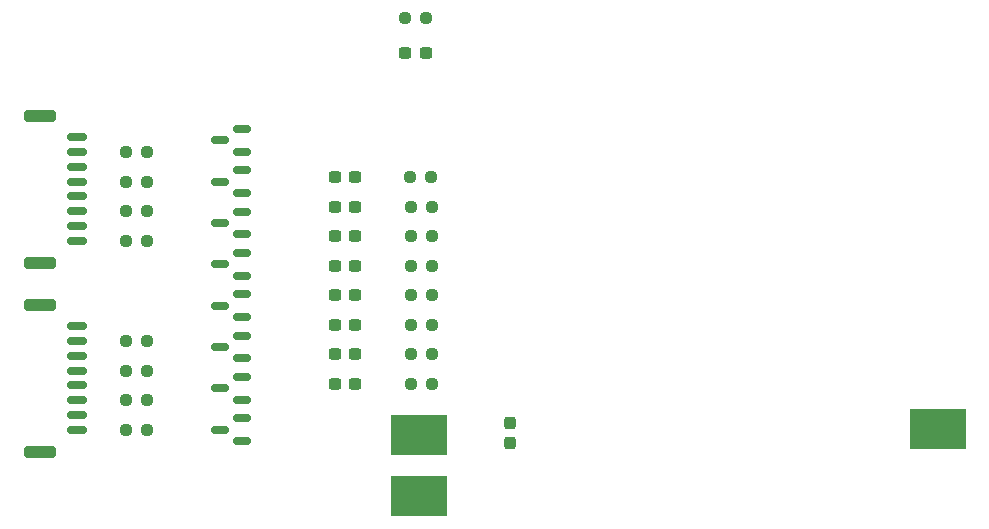
<source format=gtp>
%TF.GenerationSoftware,KiCad,Pcbnew,9.0.7*%
%TF.CreationDate,2026-02-09T12:59:15-05:00*%
%TF.ProjectId,led-planets,6c65642d-706c-4616-9e65-74732e6b6963,rev?*%
%TF.SameCoordinates,Original*%
%TF.FileFunction,Paste,Top*%
%TF.FilePolarity,Positive*%
%FSLAX46Y46*%
G04 Gerber Fmt 4.6, Leading zero omitted, Abs format (unit mm)*
G04 Created by KiCad (PCBNEW 9.0.7) date 2026-02-09 12:59:15*
%MOMM*%
%LPD*%
G01*
G04 APERTURE LIST*
G04 Aperture macros list*
%AMRoundRect*
0 Rectangle with rounded corners*
0 $1 Rounding radius*
0 $2 $3 $4 $5 $6 $7 $8 $9 X,Y pos of 4 corners*
0 Add a 4 corners polygon primitive as box body*
4,1,4,$2,$3,$4,$5,$6,$7,$8,$9,$2,$3,0*
0 Add four circle primitives for the rounded corners*
1,1,$1+$1,$2,$3*
1,1,$1+$1,$4,$5*
1,1,$1+$1,$6,$7*
1,1,$1+$1,$8,$9*
0 Add four rect primitives between the rounded corners*
20,1,$1+$1,$2,$3,$4,$5,0*
20,1,$1+$1,$4,$5,$6,$7,0*
20,1,$1+$1,$6,$7,$8,$9,0*
20,1,$1+$1,$8,$9,$2,$3,0*%
G04 Aperture macros list end*
%ADD10RoundRect,0.237500X0.250000X0.237500X-0.250000X0.237500X-0.250000X-0.237500X0.250000X-0.237500X0*%
%ADD11RoundRect,0.237500X0.300000X0.237500X-0.300000X0.237500X-0.300000X-0.237500X0.300000X-0.237500X0*%
%ADD12RoundRect,0.150000X0.587500X0.150000X-0.587500X0.150000X-0.587500X-0.150000X0.587500X-0.150000X0*%
%ADD13RoundRect,0.150000X-0.700000X0.150000X-0.700000X-0.150000X0.700000X-0.150000X0.700000X0.150000X0*%
%ADD14RoundRect,0.250000X-1.100000X0.250000X-1.100000X-0.250000X1.100000X-0.250000X1.100000X0.250000X0*%
%ADD15RoundRect,0.237500X0.237500X-0.300000X0.237500X0.300000X-0.237500X0.300000X-0.237500X-0.300000X0*%
%ADD16R,4.699000X3.429000*%
%ADD17RoundRect,0.237500X-0.300000X-0.237500X0.300000X-0.237500X0.300000X0.237500X-0.300000X0.237500X0*%
%ADD18RoundRect,0.237500X-0.250000X-0.237500X0.250000X-0.237500X0.250000X0.237500X-0.250000X0.237500X0*%
G04 APERTURE END LIST*
D10*
%TO.C,R5*%
X81412500Y-76500000D03*
X79587500Y-76500000D03*
%TD*%
D11*
%TO.C,C8*%
X74862500Y-84000000D03*
X73137500Y-84000000D03*
%TD*%
D10*
%TO.C,R16*%
X57262500Y-82875000D03*
X55437500Y-82875000D03*
%TD*%
D12*
%TO.C,Q3*%
X65287500Y-71325000D03*
X65287500Y-69425000D03*
X63412500Y-70375000D03*
%TD*%
D10*
%TO.C,R4*%
X81412500Y-74000000D03*
X79587500Y-74000000D03*
%TD*%
D12*
%TO.C,Q4*%
X65287500Y-74825000D03*
X65287500Y-72925000D03*
X63412500Y-73875000D03*
%TD*%
D10*
%TO.C,R15*%
X57262500Y-80375000D03*
X55437500Y-80375000D03*
%TD*%
D12*
%TO.C,Q5*%
X65287500Y-78325000D03*
X65287500Y-76425000D03*
X63412500Y-77375000D03*
%TD*%
D10*
%TO.C,R6*%
X81412500Y-79000000D03*
X79587500Y-79000000D03*
%TD*%
%TO.C,R3*%
X81412500Y-71500000D03*
X79587500Y-71500000D03*
%TD*%
%TO.C,R7*%
X81412500Y-81500000D03*
X79587500Y-81500000D03*
%TD*%
%TO.C,R1*%
X81325000Y-66500000D03*
X79500000Y-66500000D03*
%TD*%
D11*
%TO.C,C1*%
X74862500Y-66500000D03*
X73137500Y-66500000D03*
%TD*%
D10*
%TO.C,R14*%
X57262500Y-71875000D03*
X55437500Y-71875000D03*
%TD*%
D13*
%TO.C,J1*%
X51350000Y-63125000D03*
X51350000Y-64375000D03*
X51350000Y-65625000D03*
X51350000Y-66875000D03*
X51350000Y-68125000D03*
X51350000Y-69375000D03*
X51350000Y-70625000D03*
X51350000Y-71875000D03*
D14*
X48150000Y-61275000D03*
X48150000Y-73725000D03*
%TD*%
D15*
%TO.C,C9*%
X88000000Y-89000000D03*
X88000000Y-87275000D03*
%TD*%
D10*
%TO.C,R13*%
X57262500Y-69375000D03*
X55437500Y-69375000D03*
%TD*%
D16*
%TO.C,TP1*%
X124200000Y-87800000D03*
%TD*%
%TO.C,TP3*%
X80300000Y-88300000D03*
%TD*%
D10*
%TO.C,R2*%
X81412500Y-69000000D03*
X79587500Y-69000000D03*
%TD*%
%TO.C,R12*%
X57262500Y-66875000D03*
X55437500Y-66875000D03*
%TD*%
D13*
%TO.C,J2*%
X51350000Y-79125000D03*
X51350000Y-80375000D03*
X51350000Y-81625000D03*
X51350000Y-82875000D03*
X51350000Y-84125000D03*
X51350000Y-85375000D03*
X51350000Y-86625000D03*
X51350000Y-87875000D03*
D14*
X48150000Y-77275000D03*
X48150000Y-89725000D03*
%TD*%
D12*
%TO.C,Q6*%
X65287500Y-81825000D03*
X65287500Y-79925000D03*
X63412500Y-80875000D03*
%TD*%
D11*
%TO.C,C5*%
X74862500Y-76500000D03*
X73137500Y-76500000D03*
%TD*%
%TO.C,C4*%
X74862500Y-74000000D03*
X73137500Y-74000000D03*
%TD*%
%TO.C,C3*%
X74862500Y-71500000D03*
X73137500Y-71500000D03*
%TD*%
D16*
%TO.C,TP2*%
X80300000Y-93500000D03*
%TD*%
D10*
%TO.C,R11*%
X57262500Y-64375000D03*
X55437500Y-64375000D03*
%TD*%
D11*
%TO.C,C7*%
X74862500Y-81500000D03*
X73137500Y-81500000D03*
%TD*%
D17*
%TO.C,C10*%
X79137500Y-56000000D03*
X80862500Y-56000000D03*
%TD*%
D12*
%TO.C,Q7*%
X65287500Y-85325000D03*
X65287500Y-83425000D03*
X63412500Y-84375000D03*
%TD*%
%TO.C,Q8*%
X65287500Y-88825000D03*
X65287500Y-86925000D03*
X63412500Y-87875000D03*
%TD*%
D11*
%TO.C,C2*%
X74862500Y-69000000D03*
X73137500Y-69000000D03*
%TD*%
D10*
%TO.C,R17*%
X57262500Y-85375000D03*
X55437500Y-85375000D03*
%TD*%
D18*
%TO.C,R9*%
X79087500Y-53000000D03*
X80912500Y-53000000D03*
%TD*%
D12*
%TO.C,Q2*%
X65287500Y-67825000D03*
X65287500Y-65925000D03*
X63412500Y-66875000D03*
%TD*%
%TO.C,Q1*%
X65287500Y-64325000D03*
X65287500Y-62425000D03*
X63412500Y-63375000D03*
%TD*%
D10*
%TO.C,R18*%
X57262500Y-87875000D03*
X55437500Y-87875000D03*
%TD*%
%TO.C,R8*%
X81412500Y-84000000D03*
X79587500Y-84000000D03*
%TD*%
D11*
%TO.C,C6*%
X74862500Y-79000000D03*
X73137500Y-79000000D03*
%TD*%
M02*

</source>
